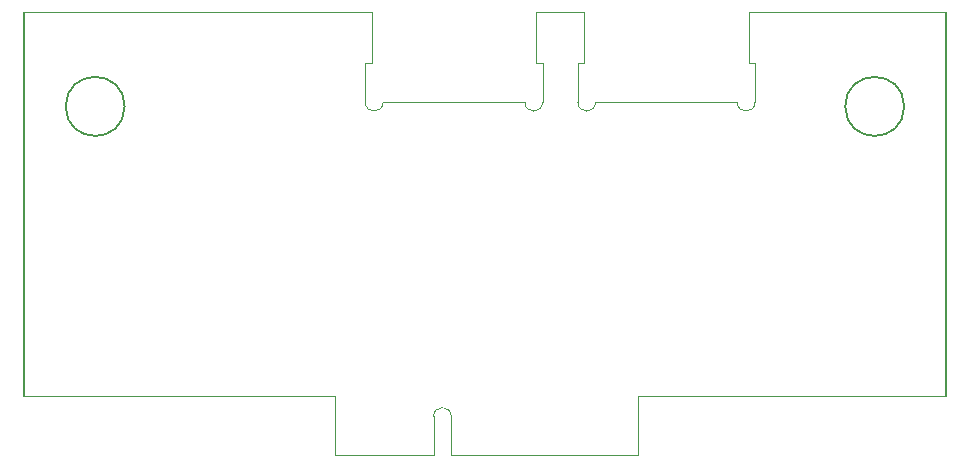
<source format=gbr>
%TF.GenerationSoftware,KiCad,Pcbnew,7.99.0-unknown-70ffd971e3~172~ubuntu22.04.1*%
%TF.CreationDate,2023-07-09T07:41:58-05:00*%
%TF.ProjectId,ext_pcb,6578745f-7063-4622-9e6b-696361645f70,rev?*%
%TF.SameCoordinates,Original*%
%TF.FileFunction,Profile,NP*%
%FSLAX46Y46*%
G04 Gerber Fmt 4.6, Leading zero omitted, Abs format (unit mm)*
G04 Created by KiCad (PCBNEW 7.99.0-unknown-70ffd971e3~172~ubuntu22.04.1) date 2023-07-09 07:41:58*
%MOMM*%
%LPD*%
G01*
G04 APERTURE LIST*
%TA.AperFunction,Profile*%
%ADD10C,0.100000*%
%TD*%
%TA.AperFunction,Profile*%
%ADD11C,0.200000*%
%TD*%
%TA.AperFunction,Profile*%
%ADD12C,0.050000*%
%TD*%
%TA.AperFunction,Profile*%
%ADD13C,0.010000*%
%TD*%
G04 APERTURE END LIST*
D10*
X170368400Y-68697200D02*
X187050000Y-68700000D01*
X109050000Y-68700000D02*
X138477800Y-68697200D01*
X152377800Y-68697200D02*
X156468400Y-68697200D01*
D11*
%TO.C,P1*%
X109050000Y-101200000D02*
X109050000Y-68700000D01*
D12*
X135350000Y-101200000D02*
X109050000Y-101200000D01*
X135350000Y-103800000D02*
X135350000Y-101200000D01*
D13*
X135350000Y-106200000D02*
X135350000Y-103800000D01*
X143700000Y-106200000D02*
X135350000Y-106200000D01*
X143700000Y-106200000D02*
X143700000Y-102950000D01*
X145200000Y-106200000D02*
X145200000Y-102950000D01*
X145200000Y-106200000D02*
X161050000Y-106200000D01*
D12*
X161050000Y-101210000D02*
X187050000Y-101200000D01*
X161050000Y-103800000D02*
X161050000Y-101210000D01*
D13*
X161050000Y-106200000D02*
X161050000Y-103800000D01*
D11*
X187050000Y-68700000D02*
X187050000Y-101200000D01*
D13*
X145200000Y-102950000D02*
G75*
G03*
X143700000Y-102950000I-750000J0D01*
G01*
D11*
X117550000Y-76700030D02*
G75*
G03*
X117550000Y-76700030I-2500000J0D01*
G01*
X183550000Y-76700030D02*
G75*
G03*
X183550000Y-76700030I-2500000J0D01*
G01*
D13*
%TO.C,J2*%
X137927800Y-76347200D02*
X137927800Y-73047200D01*
X138477800Y-73047200D02*
X137927800Y-73047200D01*
X138477800Y-73047200D02*
X138477800Y-68697200D01*
X151427800Y-76347200D02*
X139427800Y-76347200D01*
X152377800Y-73047200D02*
X152377800Y-68697200D01*
X152927800Y-73047200D02*
X152377800Y-73047200D01*
X152927800Y-76347200D02*
X152927800Y-73047200D01*
X137927800Y-76347200D02*
G75*
G03*
X139427800Y-76347200I750000J0D01*
G01*
X151427800Y-76347200D02*
G75*
G03*
X152927800Y-76347200I750000J0D01*
G01*
%TO.C,J3*%
X155918400Y-76347200D02*
X155918400Y-73047200D01*
X156468400Y-73047200D02*
X155918400Y-73047200D01*
X156468400Y-73047200D02*
X156468400Y-68697200D01*
X169418400Y-76347200D02*
X157418400Y-76347200D01*
X170368400Y-73047200D02*
X170368400Y-68697200D01*
X170918400Y-73047200D02*
X170368400Y-73047200D01*
X170918400Y-76347200D02*
X170918400Y-73047200D01*
X155918400Y-76347200D02*
G75*
G03*
X157418400Y-76347200I750000J0D01*
G01*
X169418400Y-76347200D02*
G75*
G03*
X170918400Y-76347200I750000J0D01*
G01*
%TD*%
M02*

</source>
